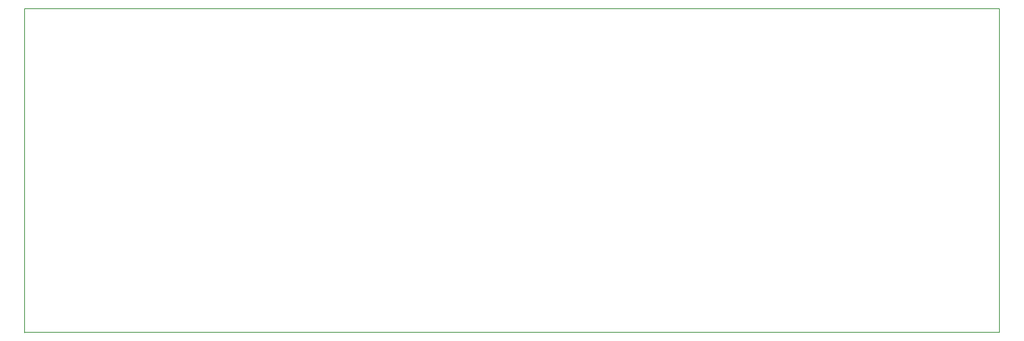
<source format=gbr>
%TF.GenerationSoftware,Altium Limited,Altium Designer,18.1.9 (240)*%
G04 Layer_Color=16711935*
%FSLAX26Y26*%
%MOIN*%
%TF.FileFunction,Keep-out,Top*%
%TF.Part,Single*%
G01*
G75*
%TA.AperFunction,NonConductor*%
%ADD91C,0.005000*%
D91*
X1000000Y2136000D02*
X1000000Y5000000D01*
X1000000Y2136999D02*
X9600000Y2137000D01*
X1000000Y5000000D02*
X9600000D01*
Y2137000D02*
Y5000000D01*
%TF.MD5,1edc615a7f4f7857135f9b1f62b890cc*%
M02*

</source>
